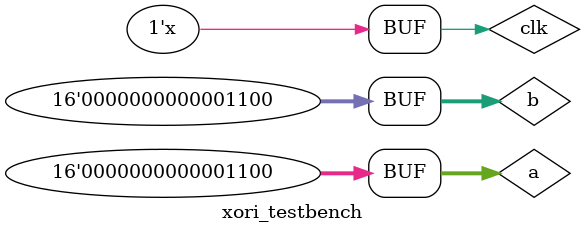
<source format=sv>
`timescale 1ns / 1ps
module xori_testbench();

// initialize variables
logic clk;  // initialie clock
logic [15:0] a, b;  // initializes inputs a and b. 16bits that's why [15:0]
logic [15:0] s; // initialize output s

  // instantiate device under test
   xori #(16) instantiated_xori(a, b, s);
    
  initial begin
    clk = 0; // set initial value of clock to 0
    
    //testcase 1:
    a = 4'b0100; b = 4'b1010; #2;
    //testcase 1:
    a = 4'b1100; b = 4'b1100; #2;
   end

// set clock
always begin
    // 1ns for each tick, then 2ns for every clock cycle
    #1 clk = ~clk; 
end  
endmodule
</source>
